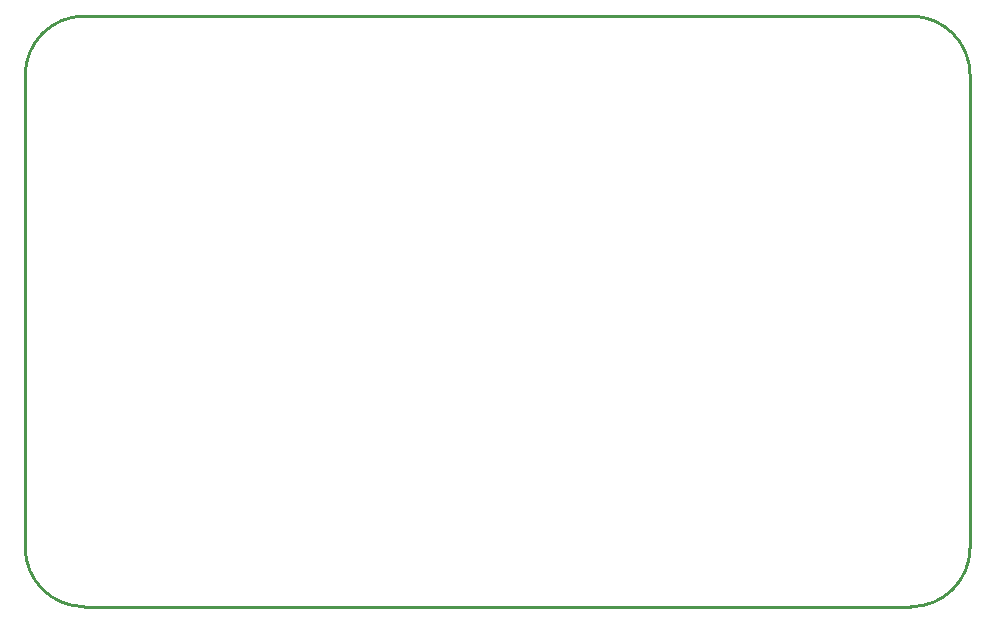
<source format=gm1>
G04*
G04 #@! TF.GenerationSoftware,Altium Limited,CircuitMaker,2.2.1 (2.2.1.6)*
G04*
G04 Layer_Color=16740166*
%FSLAX44Y44*%
%MOMM*%
G71*
G04*
G04 #@! TF.SameCoordinates,B7FF0B77-2EFF-419A-B724-F2A86093BB65*
G04*
G04*
G04 #@! TF.FilePolarity,Positive*
G04*
G01*
G75*
%ADD10C,0.2540*%
G54D10*
X800000Y450000D02*
G03*
X750000Y500000I-50000J0D01*
G01*
Y0D02*
G03*
X800000Y50000I0J50000D01*
G01*
X0D02*
G03*
X50000Y0I50000J0D01*
G01*
Y500000D02*
G03*
X0Y450000I0J-50000D01*
G01*
X50000Y500000D02*
X750000D01*
X800000Y50000D02*
Y450000D01*
X50000Y0D02*
X750000D01*
X0Y50000D02*
Y450000D01*
M02*

</source>
